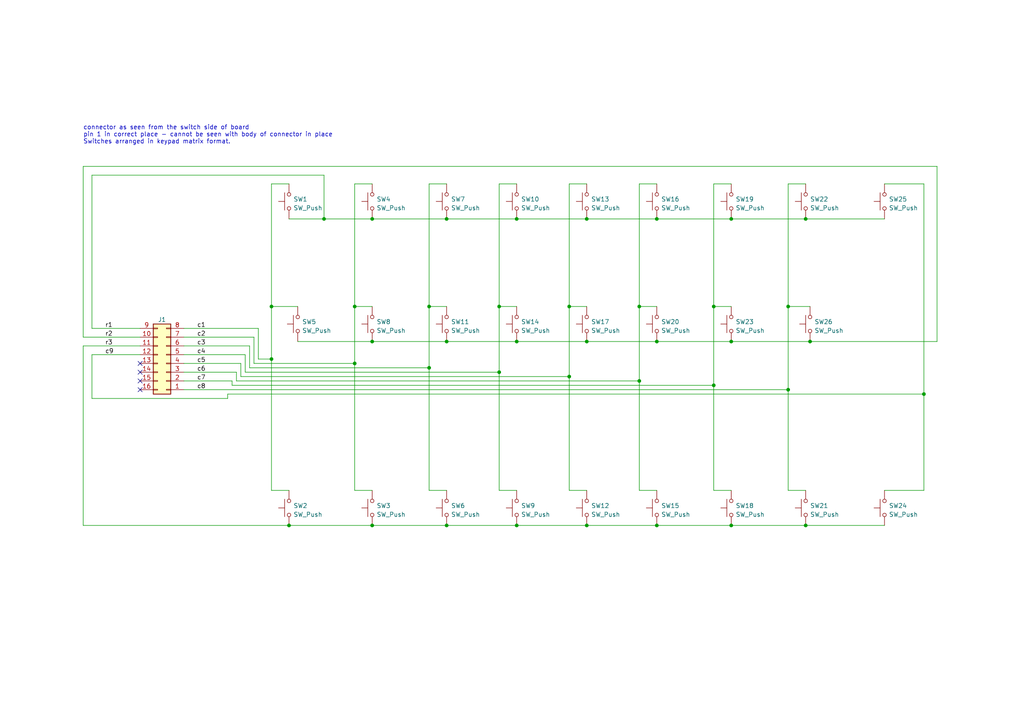
<source format=kicad_sch>
(kicad_sch (version 20230121) (generator eeschema)
  (paper "A4")
  (lib_symbols
    (symbol "Connector_Generic:Conn_02x08_Counter_Clockwise" (pin_names (offset 1.016) hide)
      (property "Reference" "J" (at 1.27 10.16 0))
      (property "Value" "Conn_02x08_Counter_Clockwise" (at 1.27 -12.7 0))
      (symbol "Conn_02x08_Counter_Clockwise_1_1"
        (rectangle (start -1.27 -10.033) (end 0 -10.287) (stroke (width 0.1524)))
        (rectangle (start -1.27 -7.493) (end 0 -7.747) (stroke (width 0.1524)))
        (rectangle (start -1.27 -4.953) (end 0 -5.207) (stroke (width 0.1524)))
        (rectangle (start -1.27 -2.413) (end 0 -2.667) (stroke (width 0.1524)))
        (rectangle (start -1.27 0.127) (end 0 -0.127) (stroke (width 0.1524)))
        (rectangle (start -1.27 2.667) (end 0 2.413) (stroke (width 0.1524)))
        (rectangle (start -1.27 5.207) (end 0 4.953) (stroke (width 0.1524)))
        (rectangle (start -1.27 7.747) (end 0 7.493) (stroke (width 0.1524)))
        (rectangle (start -1.27 8.89) (end 3.81 -11.43) (stroke (width 0.254)) (fill (type background)))
        (rectangle (start 3.81 -10.033) (end 2.54 -10.287) (stroke (width 0.1524)))
        (rectangle (start 3.81 -7.493) (end 2.54 -7.747) (stroke (width 0.1524)))
        (rectangle (start 3.81 -4.953) (end 2.54 -5.207) (stroke (width 0.1524)))
        (rectangle (start 3.81 -2.413) (end 2.54 -2.667) (stroke (width 0.1524)))
        (rectangle (start 3.81 0.127) (end 2.54 -0.127) (stroke (width 0.1524)))
        (rectangle (start 3.81 2.667) (end 2.54 2.413) (stroke (width 0.1524)))
        (rectangle (start 3.81 5.207) (end 2.54 4.953) (stroke (width 0.1524)))
        (rectangle (start 3.81 7.747) (end 2.54 7.493) (stroke (width 0.1524)))
        (pin passive line (at -5.08 7.62 0) (length 3.81) (name "Pin_1") (number "1"))
        (pin passive line (at 7.62 -7.62 180) (length 3.81) (name "Pin_10") (number "10"))
        (pin passive line (at 7.62 -5.08 180) (length 3.81) (name "Pin_11") (number "11"))
        (pin passive line (at 7.62 -2.54 180) (length 3.81) (name "Pin_12") (number "12"))
        (pin passive line (at 7.62 0 180) (length 3.81) (name "Pin_13") (number "13"))
        (pin passive line (at 7.62 2.54 180) (length 3.81) (name "Pin_14") (number "14"))
        (pin passive line (at 7.62 5.08 180) (length 3.81) (name "Pin_15") (number "15"))
        (pin passive line (at 7.62 7.62 180) (length 3.81) (name "Pin_16") (number "16"))
        (pin passive line (at -5.08 5.08 0) (length 3.81) (name "Pin_2") (number "2"))
        (pin passive line (at -5.08 2.54 0) (length 3.81) (name "Pin_3") (number "3"))
        (pin passive line (at -5.08 0 0) (length 3.81) (name "Pin_4") (number "4"))
        (pin passive line (at -5.08 -2.54 0) (length 3.81) (name "Pin_5") (number "5"))
        (pin passive line (at -5.08 -5.08 0) (length 3.81) (name "Pin_6") (number "6"))
        (pin passive line (at -5.08 -7.62 0) (length 3.81) (name "Pin_7") (number "7"))
        (pin passive line (at -5.08 -10.16 0) (length 3.81) (name "Pin_8") (number "8"))
        (pin passive line (at 7.62 -10.16 180) (length 3.81) (name "Pin_9") (number "9"))
      )
    )
    (symbol "Switch:SW_Push" (pin_numbers hide) (pin_names (offset 1.016) hide)
      (property "Reference" "SW" (at 1.27 2.54 0))
      (property "Value" "SW_Push" (at 0 -1.524 0))
      (symbol "SW_Push_0_1"
        (circle (center -2.032 0) (radius 0.508))
        (polyline (pts (xy 0 1.27) (xy 0 3.048)))
        (polyline (pts (xy 2.54 1.27) (xy -2.54 1.27)))
        (circle (center 2.032 0) (radius 0.508))
        (pin passive line (at -5.08 0 0) (length 2.54) (name "1") (number "1"))
        (pin passive line (at 5.08 0 180) (length 2.54) (name "2") (number "2"))
      )
    )
  )
  (junction (at 170.18 63.5))
  (junction (at 190.5 99.06))
  (junction (at 185.42 110.49))
  (junction (at 170.18 99.06))
  (junction (at 212.09 152.4))
  (junction (at 124.46 106.68))
  (junction (at 207.01 88.9))
  (junction (at 185.42 88.9))
  (junction (at 83.82 152.4))
  (junction (at 149.86 152.4))
  (junction (at 107.95 99.06))
  (junction (at 129.54 99.06))
  (junction (at 234.95 99.06))
  (junction (at 190.5 63.5))
  (junction (at 267.97 114.3))
  (junction (at 207.01 111.76))
  (junction (at 107.95 152.4))
  (junction (at 165.1 109.22))
  (junction (at 144.78 88.9))
  (junction (at 233.68 152.4))
  (junction (at 78.74 88.9))
  (junction (at 165.1 88.9))
  (junction (at 212.09 63.5))
  (junction (at 102.87 105.41))
  (junction (at 170.18 152.4))
  (junction (at 102.87 88.9))
  (junction (at 129.54 63.5))
  (junction (at 228.6 113.03))
  (junction (at 144.78 107.95))
  (junction (at 78.74 104.14))
  (junction (at 124.46 88.9))
  (junction (at 107.95 63.5))
  (junction (at 129.54 152.4))
  (junction (at 190.5 152.4))
  (junction (at 93.98 63.5))
  (junction (at 149.86 99.06))
  (junction (at 228.6 88.9))
  (junction (at 233.68 63.5))
  (junction (at 212.09 99.06))
  (junction (at 149.86 63.5))
  (no_connect (at 40.64 107.95))
  (no_connect (at 40.64 113.03))
  (no_connect (at 40.64 105.41))
  (no_connect (at 40.64 110.49))
  (wire (pts (xy 83.82 152.4) (xy 107.95 152.4)))
  (wire (pts (xy 124.46 88.9) (xy 124.46 106.68)))
  (wire (pts (xy 78.74 53.34) (xy 83.82 53.34)))
  (wire (pts (xy 78.74 142.24) (xy 83.82 142.24)))
  (wire (pts (xy 53.34 97.79) (xy 73.66 97.79)))
  (wire (pts (xy 73.66 97.79) (xy 73.66 105.41)))
  (wire (pts (xy 149.86 99.06) (xy 170.18 99.06)))
  (wire (pts (xy 102.87 53.34) (xy 102.87 88.9)))
  (wire (pts (xy 107.95 99.06) (xy 129.54 99.06)))
  (wire (pts (xy 53.34 95.25) (xy 74.93 95.25)))
  (wire (pts (xy 53.34 110.49) (xy 67.31 110.49)))
  (wire (pts (xy 185.42 88.9) (xy 190.5 88.9)))
  (wire (pts (xy 228.6 113.03) (xy 228.6 142.24)))
  (wire (pts (xy 165.1 53.34) (xy 165.1 88.9)))
  (wire (pts (xy 69.85 105.41) (xy 69.85 109.22)))
  (wire (pts (xy 129.54 152.4) (xy 149.86 152.4)))
  (wire (pts (xy 129.54 53.34) (xy 124.46 53.34)))
  (wire (pts (xy 129.54 99.06) (xy 149.86 99.06)))
  (wire (pts (xy 149.86 63.5) (xy 129.54 63.5)))
  (wire (pts (xy 124.46 53.34) (xy 124.46 88.9)))
  (wire (pts (xy 207.01 53.34) (xy 207.01 88.9)))
  (wire (pts (xy 190.5 99.06) (xy 212.09 99.06)))
  (wire (pts (xy 233.68 53.34) (xy 228.6 53.34)))
  (wire (pts (xy 78.74 53.34) (xy 78.74 88.9)))
  (wire (pts (xy 53.34 100.33) (xy 72.39 100.33)))
  (wire (pts (xy 207.01 88.9) (xy 207.01 111.76)))
  (wire (pts (xy 212.09 152.4) (xy 233.68 152.4)))
  (wire (pts (xy 144.78 107.95) (xy 144.78 142.24)))
  (wire (pts (xy 271.78 48.26) (xy 24.13 48.26)))
  (wire (pts (xy 190.5 53.34) (xy 185.42 53.34)))
  (wire (pts (xy 165.1 88.9) (xy 170.18 88.9)))
  (wire (pts (xy 93.98 63.5) (xy 93.98 50.8)))
  (wire (pts (xy 212.09 99.06) (xy 234.95 99.06)))
  (wire (pts (xy 144.78 88.9) (xy 149.86 88.9)))
  (wire (pts (xy 165.1 142.24) (xy 170.18 142.24)))
  (wire (pts (xy 102.87 142.24) (xy 107.95 142.24)))
  (wire (pts (xy 228.6 142.24) (xy 233.68 142.24)))
  (wire (pts (xy 185.42 53.34) (xy 185.42 88.9)))
  (wire (pts (xy 26.67 95.25) (xy 40.64 95.25)))
  (wire (pts (xy 190.5 152.4) (xy 212.09 152.4)))
  (wire (pts (xy 86.36 99.06) (xy 107.95 99.06)))
  (wire (pts (xy 212.09 63.5) (xy 233.68 63.5)))
  (wire (pts (xy 271.78 99.06) (xy 271.78 48.26)))
  (wire (pts (xy 78.74 104.14) (xy 78.74 142.24)))
  (wire (pts (xy 53.34 105.41) (xy 69.85 105.41)))
  (wire (pts (xy 267.97 142.24) (xy 256.54 142.24)))
  (wire (pts (xy 102.87 88.9) (xy 102.87 105.41)))
  (wire (pts (xy 78.74 88.9) (xy 78.74 104.14)))
  (wire (pts (xy 53.34 102.87) (xy 71.12 102.87)))
  (wire (pts (xy 185.42 142.24) (xy 190.5 142.24)))
  (wire (pts (xy 74.93 104.14) (xy 74.93 95.25)))
  (wire (pts (xy 68.58 107.95) (xy 68.58 110.49)))
  (wire (pts (xy 78.74 88.9) (xy 86.36 88.9)))
  (wire (pts (xy 68.58 110.49) (xy 185.42 110.49)))
  (wire (pts (xy 228.6 88.9) (xy 234.95 88.9)))
  (wire (pts (xy 129.54 63.5) (xy 107.95 63.5)))
  (wire (pts (xy 66.04 114.3) (xy 267.97 114.3)))
  (wire (pts (xy 124.46 88.9) (xy 129.54 88.9)))
  (wire (pts (xy 149.86 63.5) (xy 170.18 63.5)))
  (wire (pts (xy 149.86 53.34) (xy 144.78 53.34)))
  (wire (pts (xy 185.42 110.49) (xy 185.42 142.24)))
  (wire (pts (xy 228.6 88.9) (xy 228.6 113.03)))
  (wire (pts (xy 78.74 104.14) (xy 74.93 104.14)))
  (wire (pts (xy 26.67 115.57) (xy 66.04 115.57)))
  (wire (pts (xy 144.78 88.9) (xy 144.78 107.95)))
  (wire (pts (xy 129.54 152.4) (xy 107.95 152.4)))
  (wire (pts (xy 102.87 88.9) (xy 107.95 88.9)))
  (wire (pts (xy 212.09 63.5) (xy 190.5 63.5)))
  (wire (pts (xy 24.13 97.79) (xy 40.64 97.79)))
  (wire (pts (xy 256.54 53.34) (xy 267.97 53.34)))
  (wire (pts (xy 144.78 53.34) (xy 144.78 88.9)))
  (wire (pts (xy 24.13 152.4) (xy 83.82 152.4)))
  (wire (pts (xy 83.82 63.5) (xy 93.98 63.5)))
  (wire (pts (xy 72.39 106.68) (xy 124.46 106.68)))
  (wire (pts (xy 24.13 48.26) (xy 24.13 97.79)))
  (wire (pts (xy 185.42 88.9) (xy 185.42 110.49)))
  (wire (pts (xy 170.18 152.4) (xy 190.5 152.4)))
  (wire (pts (xy 67.31 111.76) (xy 207.01 111.76)))
  (wire (pts (xy 228.6 53.34) (xy 228.6 88.9)))
  (wire (pts (xy 107.95 53.34) (xy 102.87 53.34)))
  (wire (pts (xy 149.86 152.4) (xy 170.18 152.4)))
  (wire (pts (xy 26.67 102.87) (xy 40.64 102.87)))
  (wire (pts (xy 170.18 53.34) (xy 165.1 53.34)))
  (wire (pts (xy 93.98 63.5) (xy 107.95 63.5)))
  (wire (pts (xy 26.67 50.8) (xy 93.98 50.8)))
  (wire (pts (xy 72.39 100.33) (xy 72.39 106.68)))
  (wire (pts (xy 71.12 102.87) (xy 71.12 107.95)))
  (wire (pts (xy 170.18 99.06) (xy 190.5 99.06)))
  (wire (pts (xy 24.13 100.33) (xy 40.64 100.33)))
  (wire (pts (xy 24.13 152.4) (xy 24.13 100.33)))
  (wire (pts (xy 165.1 109.22) (xy 165.1 142.24)))
  (wire (pts (xy 53.34 113.03) (xy 228.6 113.03)))
  (wire (pts (xy 207.01 88.9) (xy 212.09 88.9)))
  (wire (pts (xy 26.67 115.57) (xy 26.67 102.87)))
  (wire (pts (xy 212.09 53.34) (xy 207.01 53.34)))
  (wire (pts (xy 207.01 111.76) (xy 207.01 142.24)))
  (wire (pts (xy 165.1 88.9) (xy 165.1 109.22)))
  (wire (pts (xy 234.95 99.06) (xy 271.78 99.06)))
  (wire (pts (xy 170.18 63.5) (xy 190.5 63.5)))
  (wire (pts (xy 144.78 142.24) (xy 149.86 142.24)))
  (wire (pts (xy 267.97 114.3) (xy 267.97 142.24)))
  (wire (pts (xy 124.46 142.24) (xy 129.54 142.24)))
  (wire (pts (xy 233.68 63.5) (xy 256.54 63.5)))
  (wire (pts (xy 53.34 107.95) (xy 68.58 107.95)))
  (wire (pts (xy 233.68 152.4) (xy 256.54 152.4)))
  (wire (pts (xy 102.87 105.41) (xy 102.87 142.24)))
  (wire (pts (xy 267.97 53.34) (xy 267.97 114.3)))
  (wire (pts (xy 124.46 106.68) (xy 124.46 142.24)))
  (wire (pts (xy 71.12 107.95) (xy 144.78 107.95)))
  (wire (pts (xy 73.66 105.41) (xy 102.87 105.41)))
  (wire (pts (xy 26.67 50.8) (xy 26.67 95.25)))
  (wire (pts (xy 66.04 114.3) (xy 66.04 115.57)))
  (wire (pts (xy 67.31 110.49) (xy 67.31 111.76)))
  (wire (pts (xy 207.01 142.24) (xy 212.09 142.24)))
  (wire (pts (xy 69.85 109.22) (xy 165.1 109.22)))
  (text "connector as seen from the switch side of board\npin 1 in correct place - cannot be seen with body of connector in place\nSwitches arranged in keypad matrix format.\n" (at 24.13 41.91 0) (effects (font (size 1.27 1.27)) (justify left bottom)))
  (label "r3" (at 30.48 100.33 0))
  (label "c3" (at 57.15 100.33 0))
  (label "c7" (at 57.15 110.49 0))
  (label "c4" (at 57.15 102.87 0))
  (label "c6" (at 57.15 107.95 0))
  (label "c2" (at 57.15 97.79 0))
  (label "c1" (at 57.15 95.25 0))
  (label "c9" (at 30.48 102.87 0))
  (label "c5" (at 57.15 105.41 0))
  (label "c8" (at 57.15 113.03 0))
  (label "r1" (at 30.48 95.25 0))
  (label "r2" (at 30.48 97.79 0))
  (symbol (lib_id "Switch:SW_Push") (at 190.5 93.98 90) (unit 1)
    (property "Reference" "SW20" (at 191.77 93.345 90) (effects (justify right)))
    (property "Value" "SW_Push" (at 191.77 95.885 90) (effects (justify right)))
    (instances (project "enigma_hut" (path "" (reference "SW20") (unit 1)) (path "" (reference "SW18") (unit 1))))
  )
  (symbol (lib_id "Switch:SW_Push") (at 170.18 147.32 90) (unit 1)
    (property "Reference" "SW12" (at 171.45 146.685 90) (effects (justify right)))
    (property "Value" "SW_Push" (at 171.45 149.225 90) (effects (justify right)))
    (instances (project "enigma_hut" (path "" (reference "SW12") (unit 1)) (path "" (reference "SW13") (unit 1))))
  )
  (symbol (lib_id "Switch:SW_Push") (at 129.54 147.32 90) (unit 1)
    (property "Reference" "SW6" (at 130.81 146.685 90) (effects (justify right)))
    (property "Value" "SW_Push" (at 130.81 149.225 90) (effects (justify right)))
    (instances (project "enigma_hut" (path "" (reference "SW6") (unit 1)) (path "" (reference "SW7") (unit 1))))
  )
  (symbol (lib_id "Switch:SW_Push") (at 107.95 93.98 90) (unit 1)
    (property "Reference" "SW8" (at 109.22 93.345 90) (effects (justify right)))
    (property "Value" "SW_Push" (at 109.22 95.885 90) (effects (justify right)))
    (instances (project "enigma_hut" (path "" (reference "SW8") (unit 1)) (path "" (reference "SW6") (unit 1))))
  )
  (symbol (lib_id "Switch:SW_Push") (at 83.82 58.42 90) (unit 1)
    (property "Reference" "SW1" (at 85.09 57.785 90) (effects (justify right)))
    (property "Value" "SW_Push" (at 85.09 60.325 90) (effects (justify right)))
    (instances (project "enigma_hut" (path "" (reference "SW1") (unit 1)) (path "" (reference "SW2") (unit 1))))
  )
  (symbol (lib_id "Switch:SW_Push") (at 149.86 147.32 90) (unit 1)
    (property "Reference" "SW9" (at 151.13 146.685 90) (effects (justify right)))
    (property "Value" "SW_Push" (at 151.13 149.225 90) (effects (justify right)))
    (instances (project "enigma_hut" (path "" (reference "SW9") (unit 1)) (path "" (reference "SW10") (unit 1))))
  )
  (symbol (lib_id "Switch:SW_Push") (at 212.09 147.32 90) (unit 1)
    (property "Reference" "SW18" (at 213.36 146.685 90) (effects (justify right)))
    (property "Value" "SW_Push" (at 213.36 149.225 90) (effects (justify right)))
    (instances (project "enigma_hut" (path "" (reference "SW18") (unit 1)) (path "" (reference "SW19") (unit 1))))
  )
  (symbol (lib_id "Switch:SW_Push") (at 190.5 147.32 90) (unit 1)
    (property "Reference" "SW15" (at 191.77 146.685 90) (effects (justify right)))
    (property "Value" "SW_Push" (at 191.77 149.225 90) (effects (justify right)))
    (instances (project "enigma_hut" (path "" (reference "SW15") (unit 1)) (path "" (reference "SW16") (unit 1))))
  )
  (symbol (lib_id "Switch:SW_Push") (at 256.54 58.42 90) (unit 1)
    (property "Reference" "SW25" (at 257.81 57.785 90) (effects (justify right)))
    (property "Value" "SW_Push" (at 257.81 60.325 90) (effects (justify right)))
    (instances (project "enigma_hut" (path "" (reference "SW25") (unit 1)) (path "" (reference "SW26") (unit 1))))
  )
  (symbol (lib_id "Switch:SW_Push") (at 233.68 147.32 90) (unit 1)
    (property "Reference" "SW21" (at 234.95 146.685 90) (effects (justify right)))
    (property "Value" "SW_Push" (at 234.95 149.225 90) (effects (justify right)))
    (instances (project "enigma_hut" (path "" (reference "SW21") (unit 1)) (path "" (reference "SW22") (unit 1))))
  )
  (symbol (lib_id "Switch:SW_Push") (at 129.54 93.98 90) (unit 1)
    (property "Reference" "SW11" (at 130.81 93.345 90) (effects (justify right)))
    (property "Value" "SW_Push" (at 130.81 95.885 90) (effects (justify right)))
    (instances (project "enigma_hut" (path "" (reference "SW11") (unit 1)) (path "" (reference "SW9") (unit 1))))
  )
  (symbol (lib_id "Switch:SW_Push") (at 107.95 147.32 90) (unit 1)
    (property "Reference" "SW3" (at 109.22 146.685 90) (effects (justify right)))
    (property "Value" "SW_Push" (at 109.22 149.225 90) (effects (justify right)))
    (instances (project "enigma_hut" (path "" (reference "SW3") (unit 1)) (path "" (reference "SW4") (unit 1))))
  )
  (symbol (lib_id "Connector_Generic:Conn_02x08_Counter_Clockwise") (at 48.26 105.41 180) (unit 1)
    (property "Reference" "J1" (at 46.99 92.71 0))
    (property "Value" "Conn_02x08_Counter_Clockwise" (effects hide))
  )
  (symbol (lib_id "Switch:SW_Push") (at 212.09 93.98 90) (unit 1)
    (property "Reference" "SW23" (at 213.36 93.345 90) (effects (justify right)))
    (property "Value" "SW_Push" (at 213.36 95.885 90) (effects (justify right)))
    (instances (project "enigma_hut" (path "" (reference "SW23") (unit 1)) (path "" (reference "SW21") (unit 1))))
  )
  (symbol (lib_id "Switch:SW_Push") (at 107.95 58.42 90) (unit 1)
    (property "Reference" "SW4" (at 109.22 57.785 90) (effects (justify right)))
    (property "Value" "SW_Push" (at 109.22 60.325 90) (effects (justify right)))
    (instances (project "enigma_hut" (path "" (reference "SW4") (unit 1)) (path "" (reference "SW5") (unit 1))))
  )
  (symbol (lib_id "Switch:SW_Push") (at 234.95 93.98 90) (unit 1)
    (property "Reference" "SW26" (at 236.22 93.345 90) (effects (justify right)))
    (property "Value" "SW_Push" (at 236.22 95.885 90) (effects (justify right)))
    (instances (project "enigma_hut" (path "" (reference "SW26") (unit 1)) (path "" (reference "SW24") (unit 1))))
  )
  (symbol (lib_id "Switch:SW_Push") (at 149.86 58.42 90) (unit 1)
    (property "Reference" "SW10" (at 151.13 57.785 90) (effects (justify right)))
    (property "Value" "SW_Push" (at 151.13 60.325 90) (effects (justify right)))
    (instances (project "enigma_hut" (path "" (reference "SW10") (unit 1)) (path "" (reference "SW11") (unit 1))))
  )
  (symbol (lib_id "Switch:SW_Push") (at 190.5 58.42 90) (unit 1)
    (property "Reference" "SW16" (at 191.77 57.785 90) (effects (justify right)))
    (property "Value" "SW_Push" (at 191.77 60.325 90) (effects (justify right)))
    (instances (project "enigma_hut" (path "" (reference "SW16") (unit 1)) (path "" (reference "SW17") (unit 1))))
  )
  (symbol (lib_id "Switch:SW_Push") (at 256.54 147.32 90) (unit 1)
    (property "Reference" "SW24" (at 257.81 146.685 90) (effects (justify right)))
    (property "Value" "SW_Push" (at 257.81 149.225 90) (effects (justify right)))
    (instances (project "enigma_hut" (path "" (reference "SW24") (unit 1)) (path "" (reference "SW25") (unit 1))))
  )
  (symbol (lib_id "Switch:SW_Push") (at 129.54 58.42 90) (unit 1)
    (property "Reference" "SW7" (at 130.81 57.785 90) (effects (justify right)))
    (property "Value" "SW_Push" (at 130.81 60.325 90) (effects (justify right)))
    (instances (project "enigma_hut" (path "" (reference "SW7") (unit 1)) (path "" (reference "SW8") (unit 1))))
  )
  (symbol (lib_id "Switch:SW_Push") (at 233.68 58.42 90) (unit 1)
    (property "Reference" "SW22" (at 234.95 57.785 90) (effects (justify right)))
    (property "Value" "SW_Push" (at 234.95 60.325 90) (effects (justify right)))
    (instances (project "enigma_hut" (path "" (reference "SW22") (unit 1)) (path "" (reference "SW23") (unit 1))))
  )
  (symbol (lib_id "Switch:SW_Push") (at 149.86 93.98 90) (unit 1)
    (property "Reference" "SW14" (at 151.13 93.345 90) (effects (justify right)))
    (property "Value" "SW_Push" (at 151.13 95.885 90) (effects (justify right)))
    (instances (project "enigma_hut" (path "" (reference "SW14") (unit 1)) (path "" (reference "SW12") (unit 1))))
  )
  (symbol (lib_id "Switch:SW_Push") (at 83.82 147.32 90) (unit 1)
    (property "Reference" "SW2" (at 85.09 146.685 90) (effects (justify right)))
    (property "Value" "SW_Push" (at 85.09 149.225 90) (effects (justify right)))
    (instances (project "enigma_hut" (path "" (reference "SW2") (unit 1)) (path "" (reference "SW1") (unit 1))))
  )
  (symbol (lib_id "Switch:SW_Push") (at 170.18 58.42 90) (unit 1)
    (property "Reference" "SW13" (at 171.45 57.785 90) (effects (justify right)))
    (property "Value" "SW_Push" (at 171.45 60.325 90) (effects (justify right)))
    (instances (project "enigma_hut" (path "" (reference "SW13") (unit 1)) (path "" (reference "SW14") (unit 1))))
  )
  (symbol (lib_id "Switch:SW_Push") (at 212.09 58.42 90) (unit 1)
    (property "Reference" "SW19" (at 213.36 57.785 90) (effects (justify right)))
    (property "Value" "SW_Push" (at 213.36 60.325 90) (effects (justify right)))
    (instances (project "enigma_hut" (path "" (reference "SW19") (unit 1)) (path "" (reference "SW20") (unit 1))))
  )
  (symbol (lib_id "Switch:SW_Push") (at 86.36 93.98 90) (unit 1)
    (property "Reference" "SW5" (at 87.63 93.345 90) (effects (justify right)))
    (property "Value" "SW_Push" (at 87.63 95.885 90) (effects (justify right)))
    (instances (project "enigma_hut" (path "" (reference "SW5") (unit 1)) (path "" (reference "SW3") (unit 1))))
  )
  (symbol (lib_id "Switch:SW_Push") (at 170.18 93.98 90) (unit 1)
    (property "Reference" "SW17" (at 171.45 93.345 90) (effects (justify right)))
    (property "Value" "SW_Push" (at 171.45 95.885 90) (effects (justify right)))
    (instances (project "enigma_hut" (path "" (reference "SW17") (unit 1)) (path "" (reference "SW15") (unit 1))))
  )
)
</source>
